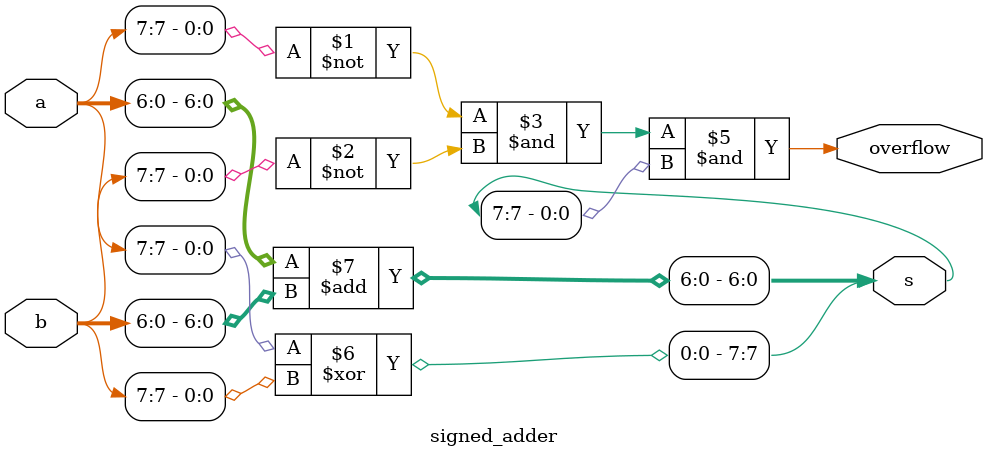
<source format=v>

module signed_adder(input [7:0] a,
    input [7:0] b,
    output [7:0] s,
    output overflow
); 

// The numbers a and b are added to the output s. 
// assign the occurence of the signed overflow of a and b to the output overflow.
// a signed overflow occurs if the most significant bits of a and b are low and the most significant bit of s is high
// a signed overflow may also occur if the most significant bits of a and b are high and the most significant bit of s is low


assign overflow = (a[7] == 1'b0) & (b[7] == 1'b0) & (s[7] == 1'b1); // check for overflow

// define the negative bit of the output to be the xor of the most significant bits
assign s[7] = a[7] ^ b[7];

// define the bits of the output that are to the right of the negative bit (the most significant bits) to be the sum of the two most significant bits (a + b)
assign s[6:0] = a[6:0] + b[6:0];

endmodule

</source>
